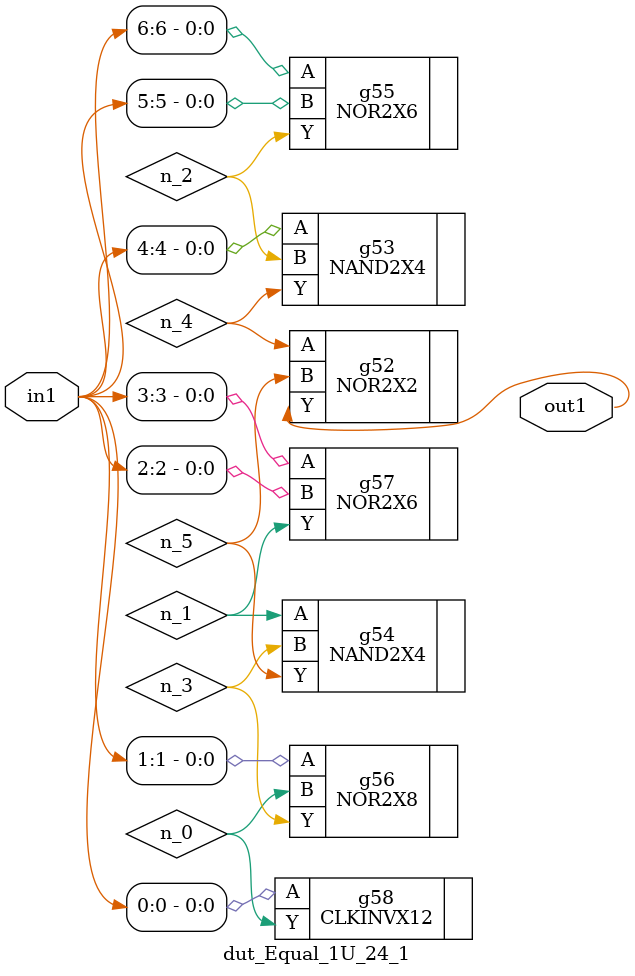
<source format=v>
`timescale 1ps / 1ps


module dut_Equal_1U_24_1(in1, out1);
  input [6:0] in1;
  output out1;
  wire [6:0] in1;
  wire out1;
  wire n_0, n_1, n_2, n_3, n_4, n_5;
  NOR2X2 g52(.A (n_4), .B (n_5), .Y (out1));
  NAND2X4 g54(.A (n_1), .B (n_3), .Y (n_5));
  NAND2X4 g53(.A (in1[4]), .B (n_2), .Y (n_4));
  NOR2X8 g56(.A (in1[1]), .B (n_0), .Y (n_3));
  NOR2X6 g55(.A (in1[6]), .B (in1[5]), .Y (n_2));
  NOR2X6 g57(.A (in1[3]), .B (in1[2]), .Y (n_1));
  CLKINVX12 g58(.A (in1[0]), .Y (n_0));
endmodule



</source>
